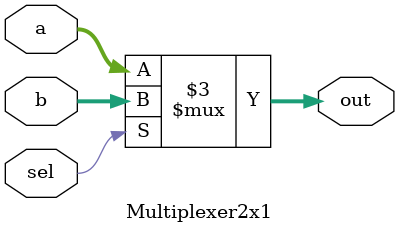
<source format=v>
`timescale 1ns / 1ps

module Multiplexer2x1 #(parameter WL=32)
    (
    input [WL-1:0] a,
    input [WL-1:0] b,
    input sel,
    
    output reg [WL-1:0] out
    );
    
    //
    always@ *
    begin
        if(sel)     //sel==1
            out = b;
        else        //sel==0
            out = a;
    end
        
endmodule

</source>
